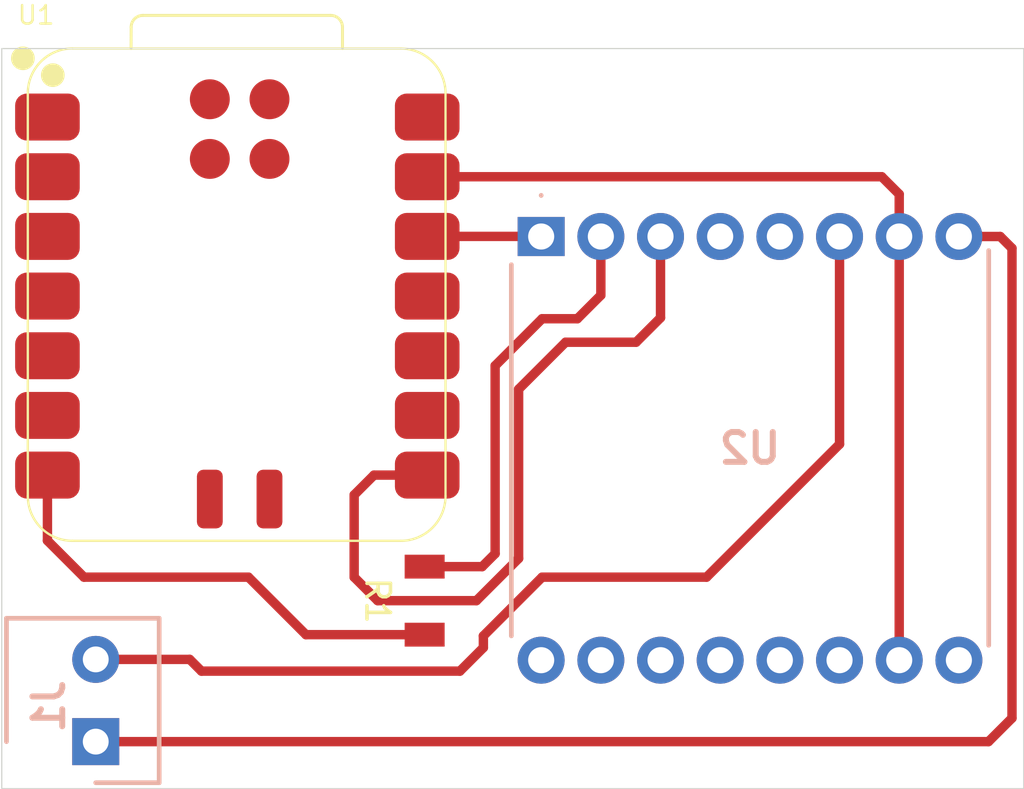
<source format=kicad_pcb>
(kicad_pcb (version 20241229) (generator "pcbnew") (generator_version "9.0")
  (layers (0 "F.Cu" signal) (2 "B.Cu" signal) (13 "F.Paste" user) (15 "B.Paste" user) (5 "F.SilkS" user "F.Silkscreen") (7 "B.SilkS" user "B.Silkscreen") (1 "F.Mask" user) (3 "B.Mask" user) (25 "Edge.Cuts" user))
  (net 0 "")
  (net 8 "RX")
  (net 21 "VCC")
  (net 22 "GND")
  (net 23 "Net-(U2-SPK2)")
  (net 24 "Net-(U2-SPK1)")
  (net 25 "TX")
  (net 26 "Net-(U1-GPIO0{slash}D6{slash}TX)")
  (footprint "Neil:XIAO-RP2040-SMD" (layer "F.Cu") (at 127.444 112.0355)
    (property "Reference" "U1" (at -9.335 -11.5 0) (layer "F.SilkS") (effects (font (size 0.78232 0.78232) (thickness 0.10668)) (justify left bottom)))
    (property "Value" "XIAO-RP2040")
    (fp_line (start -8.835 8.513) (end -8.835 -8.632) (stroke (width 0.1)) (layer "F.SilkS"))
    (fp_line (start -6.93 10.418) (end 7.04 10.418) (stroke (width 0.1)) (layer "F.SilkS"))
    (fp_line (start -4.44 -10.537) (end -4.436272 -11.447272) (stroke (width 0.127)) (layer "F.SilkS"))
    (fp_line (start -3.936272 -11.947) (end 4.059 -11.947) (stroke (width 0.127)) (layer "F.SilkS"))
    (fp_line (start 4.559 -11.447) (end 4.559 -10.537) (stroke (width 0.127)) (layer "F.SilkS"))
    (fp_line (start 7.04 -10.537) (end -6.93 -10.537) (stroke (width 0.1)) (layer "F.SilkS"))
    (fp_line (start 8.945 8.513) (end 8.945 -8.632) (stroke (width 0.1)) (layer "F.SilkS"))
    (fp_arc (start -8.835 -8.636) (mid -8.277038 -9.983038) (end -6.93 -10.541) (stroke (width 0.1)) (layer "F.SilkS"))
    (fp_arc (start -6.93 10.418) (mid -8.277038 9.860038) (end -8.835 8.513) (stroke (width 0.1)) (layer "F.SilkS"))
    (fp_arc (start -4.436272 -11.447272) (mid -4.289724 -11.800644) (end -3.936272 -11.947) (stroke (width 0.127)) (layer "F.SilkS"))
    (fp_arc (start 4.059 -11.947) (mid 4.412553 -11.800553) (end 4.559 -11.447) (stroke (width 0.127)) (layer "F.SilkS"))
    (fp_arc (start 7.04 -10.537) (mid 8.387038 -9.979038) (end 8.945 -8.632) (stroke (width 0.1)) (layer "F.SilkS"))
    (fp_arc (start 8.945 8.513) (mid 8.387038 9.860038) (end 7.04 10.418) (stroke (width 0.1)) (layer "F.SilkS"))
    (fp_circle (center -9.045 -10.121) (end -9.045 -10.375) (stroke (width 0.5)) (fill yes) (layer "F.SilkS"))
    (fp_circle (center -7.771 -9.404) (end -7.771 -9.658) (stroke (width 0.5)) (fill yes) (layer "F.SilkS"))
    (pad "1" smd roundrect (at -8 -7.62) (size 2.75 2) (layers "F.Cu" "F.Mask" "F.Paste"))
    (pad "2" smd roundrect (at -8 -5.08) (size 2.75 2) (layers "F.Cu" "F.Mask" "F.Paste"))
    (pad "3" smd roundrect (at -8 -2.54) (size 2.75 2) (layers "F.Cu" "F.Mask" "F.Paste"))
    (pad "4" smd roundrect (at -8 0) (size 2.75 2) (layers "F.Cu" "F.Mask" "F.Paste"))
    (pad "5" smd roundrect (at -8 2.54) (size 2.75 2) (layers "F.Cu" "F.Mask" "F.Paste"))
    (pad "6" smd roundrect (at -8 5.08) (size 2.75 2) (layers "F.Cu" "F.Mask" "F.Paste"))
    (pad "7" smd roundrect (at -8 7.62) (size 2.75 2) (layers "F.Cu" "F.Mask" "F.Paste") (net 26 "Net-(U1-GPIO0{slash}D6{slash}TX)"))
    (pad "8" smd roundrect (at 8.165 7.62) (size 2.75 2) (layers "F.Cu" "F.Mask" "F.Paste") (net 8 "RX"))
    (pad "9" smd roundrect (at 8.165 5.08) (size 2.75 2) (layers "F.Cu" "F.Mask" "F.Paste"))
    (pad "10" smd roundrect (at 8.165 2.54) (size 2.75 2) (layers "F.Cu" "F.Mask" "F.Paste"))
    (pad "11" smd roundrect (at 8.165 0) (size 2.75 2) (layers "F.Cu" "F.Mask" "F.Paste"))
    (pad "12" smd roundrect (at 8.165 -2.54) (size 2.75 2) (layers "F.Cu" "F.Mask" "F.Paste") (net 21 "VCC"))
    (pad "13" smd roundrect (at 8.165 -5.08) (size 2.75 2) (layers "F.Cu" "F.Mask" "F.Paste") (net 22 "GND"))
    (pad "14" smd roundrect (at 8.165 -7.62) (size 2.75 2) (layers "F.Cu" "F.Mask" "F.Paste"))
    (pad "15" smd roundrect (at -1.088 8.64 270) (size 2.5 1.1) (layers "F.Cu" "F.Mask" "F.Paste"))
    (pad "16" smd roundrect (at 1.452 8.64 270) (size 2.5 1.1) (layers "F.Cu" "F.Mask" "F.Paste"))
    (pad "17" smd circle (at -1.088 -8.378) (size 1.7 1.7) (layers "F.Cu" "F.Mask" "F.Paste"))
    (pad "18" smd circle (at 1.452 -8.378) (size 1.7 1.7) (layers "F.Cu" "F.Mask" "F.Paste"))
    (pad "19" smd circle (at -1.088 -5.838) (size 1.7 1.7) (layers "F.Cu" "F.Mask" "F.Paste"))
    (pad "20" smd circle (at 1.452 -5.838) (size 1.7 1.7) (layers "F.Cu" "F.Mask" "F.Paste"))
  )
  (footprint "Neil:Resistor 1206" (layer "F.Cu") (at 135.5 125 -90)
    (property "Reference" "R1" (at 0 2 270) (layer "F.SilkS"))
    (property "Value" "1k" (hide yes))
    (pad "1" smd rect (at -1.4478 0 270) (size 1.016 1.7018) (layers "F.Cu" "F.Mask" "F.Paste") (net 25 "TX") (clearance -1))
    (pad "2" smd rect (at 1.4478 0 270) (size 1.016 1.7018) (layers "F.Cu" "F.Mask" "F.Paste") (net 26 "Net-(U1-GPIO0{slash}D6{slash}TX)") (clearance -1))
  )
  (footprint "Neil:screw terminal 2" (layer "B.Cu") (at 121.5 131 90)
    (property "Reference" "J1" (at 1.5 -2 90) (layer "B.SilkS") (effects (font (size 1.27 1.27) (thickness 0.254)) (justify mirror)))
    (property "Value" "ED555_2DS" (hide yes))
    (fp_line (start 5.25 -3.8) (end 5.25 2.7) (stroke (width 0.2)) (layer "B.SilkS"))
    (fp_line (start 0 -3.8) (end 5.25 -3.8) (stroke (width 0.2)) (layer "B.SilkS"))
    (fp_line (start 5.25 2.7) (end -1.75 2.7) (stroke (width 0.2)) (layer "B.SilkS"))
    (fp_line (start -1.75 2.7) (end -1.75 0) (stroke (width 0.2)) (layer "B.SilkS"))
    (pad "1" thru_hole rect (at 0 0 90) (size 2 2) (drill 1.1) (layers "*.Cu" "*.Mask") (net 23 "Net-(U2-SPK2)"))
    (pad "2" thru_hole circle (at 3.5 0 90) (size 2 2) (drill 1.1) (layers "*.Cu" "*.Mask") (net 24 "Net-(U2-SPK1)"))
  )
  (footprint "Neil:DFR0299 MP3" (layer "B.Cu") (at 140.46 109.5)
    (property "Reference" "U2" (at 8.89 9.017 0) (layer "B.SilkS") (effects (font (size 1.27 1.27) (thickness 0.254)) (justify mirror)))
    (property "Value" "DFR0299" (hide yes))
    (fp_line (start -1.27 1.2) (end -1.27 17) (stroke (width 0.2)) (layer "B.SilkS"))
    (fp_line (start 0 -1.8) (end 0 -1.8) (stroke (width 0.1)) (layer "B.SilkS"))
    (fp_line (start 0 -1.7) (end 0 -1.7) (stroke (width 0.1)) (layer "B.SilkS"))
    (fp_line (start 19.05 17.4) (end 19.05 0.6) (stroke (width 0.2)) (layer "B.SilkS"))
    (fp_arc (start 0 -1.8) (mid 0.05 -1.75) (end 0 -1.7) (stroke (width 0.1)) (layer "B.SilkS"))
    (fp_arc (start 0 -1.7) (mid -0.05 -1.75) (end 0 -1.8) (stroke (width 0.1)) (layer "B.SilkS"))
    (pad "1" thru_hole rect (at 0 0) (size 2 1.665) (drill 1.11) (layers "*.Cu" "*.Mask") (net 21 "VCC"))
    (pad "2" thru_hole circle (at 2.54 0) (size 2 2) (drill 1.11) (layers "*.Cu" "*.Mask") (net 25 "TX"))
    (pad "3" thru_hole circle (at 5.08 0) (size 2 2) (drill 1.11) (layers "*.Cu" "*.Mask") (net 8 "RX"))
    (pad "4" thru_hole circle (at 7.62 0) (size 2 2) (drill 1.11) (layers "*.Cu" "*.Mask"))
    (pad "5" thru_hole circle (at 10.16 0) (size 2 2) (drill 1.11) (layers "*.Cu" "*.Mask"))
    (pad "6" thru_hole circle (at 12.7 0) (size 2 2) (drill 1.11) (layers "*.Cu" "*.Mask") (net 24 "Net-(U2-SPK1)"))
    (pad "7" thru_hole circle (at 15.24 0) (size 2 2) (drill 1.11) (layers "*.Cu" "*.Mask") (net 22 "GND"))
    (pad "8" thru_hole circle (at 17.78 0) (size 2 2) (drill 1.11) (layers "*.Cu" "*.Mask") (net 23 "Net-(U2-SPK2)"))
    (pad "9" thru_hole circle (at 17.78 18.034) (size 2 2) (drill 1.11) (layers "*.Cu" "*.Mask"))
    (pad "10" thru_hole circle (at 15.24 18.034) (size 2 2) (drill 1.11) (layers "*.Cu" "*.Mask") (net 22 "GND"))
    (pad "11" thru_hole circle (at 12.7 18.034) (size 2 2) (drill 1.11) (layers "*.Cu" "*.Mask"))
    (pad "12" thru_hole circle (at 10.16 18.034) (size 2 2) (drill 1.11) (layers "*.Cu" "*.Mask"))
    (pad "13" thru_hole circle (at 7.62 18.034) (size 2 2) (drill 1.11) (layers "*.Cu" "*.Mask"))
    (pad "14" thru_hole circle (at 5.08 18.034) (size 2 2) (drill 1.11) (layers "*.Cu" "*.Mask"))
    (pad "15" thru_hole circle (at 2.54 18.034) (size 2 2) (drill 1.11) (layers "*.Cu" "*.Mask"))
    (pad "16" thru_hole circle (at 0 18.034) (size 2 2) (drill 1.11) (layers "*.Cu" "*.Mask"))
  )
  (gr_rect (start 117.5 101.5) (end 161 133) (stroke (width 0.05)) (fill no) (layer "Edge.Cuts"))
  (segment (start 133.3445 119.6555) (end 135.609 119.6555) (width 0.4) (layer "F.Cu") (net 8))
  (segment (start 141.5 114) (end 139.5 116) (width 0.4) (layer "F.Cu") (net 8))
  (segment (start 133.5 125) (end 132.5 124) (width 0.4) (layer "F.Cu") (net 8))
  (segment (start 139.5 116) (end 139.5 123.203496) (width 0.4) (layer "F.Cu") (net 8))
  (segment (start 132.5 124) (end 132.5 120.5) (width 0.4) (layer "F.Cu") (net 8))
  (segment (start 132.5 120.5) (end 133.3445 119.6555) (width 0.4) (layer "F.Cu") (net 8))
  (segment (start 137.703496 125) (end 133.5 125) (width 0.4) (layer "F.Cu") (net 8))
  (segment (start 145.54 109.5) (end 145.54 112.96) (width 0.4) (layer "F.Cu") (net 8))
  (segment (start 144.5 114) (end 141.5 114) (width 0.4) (layer "F.Cu") (net 8))
  (segment (start 139.5 123.203496) (end 137.703496 125) (width 0.4) (layer "F.Cu") (net 8))
  (segment (start 145.54 112.96) (end 144.5 114) (width 0.4) (layer "F.Cu") (net 8))
  (segment (start 135.609 109.4955) (end 140.4555 109.4955) (width 0.4) (layer "F.Cu") (net 21))
  (segment (start 140.4555 109.4955) (end 140.46 109.5) (width 0.4) (layer "F.Cu") (net 21))
  (segment (start 154.9555 106.9555) (end 155.7 107.7) (width 0.4) (layer "F.Cu") (net 22))
  (segment (start 135.609 106.9555) (end 154.9555 106.9555) (width 0.4) (layer "F.Cu") (net 22))
  (segment (start 155.7 107.7) (end 155.7 109.5) (width 0.4) (layer "F.Cu") (net 22))
  (segment (start 155.7 109.5) (end 155.7 127.534) (width 0.4) (layer "F.Cu") (net 22))
  (segment (start 160.5 110) (end 160.5 130) (width 0.4) (layer "F.Cu") (net 23))
  (segment (start 159.5 131) (end 121.5 131) (width 0.4) (layer "F.Cu") (net 23))
  (segment (start 158.24 109.5) (end 160 109.5) (width 0.4) (layer "F.Cu") (net 23))
  (segment (start 160 109.5) (end 160.5 110) (width 0.4) (layer "F.Cu") (net 23))
  (segment (start 160.5 130) (end 159.5 131) (width 0.4) (layer "F.Cu") (net 23))
  (segment (start 137 128) (end 126 128) (width 0.4) (layer "F.Cu") (net 24))
  (segment (start 140.5 124) (end 147.5 124) (width 0.4) (layer "F.Cu") (net 24))
  (segment (start 126 128) (end 125.5 127.5) (width 0.4) (layer "F.Cu") (net 24))
  (segment (start 138 127) (end 137 128) (width 0.4) (layer "F.Cu") (net 24))
  (segment (start 138 126.5) (end 140.5 124) (width 0.4) (layer "F.Cu") (net 24))
  (segment (start 125.5 127.5) (end 121.5 127.5) (width 0.4) (layer "F.Cu") (net 24))
  (segment (start 153.16 118.34) (end 153.16 109.5) (width 0.4) (layer "F.Cu") (net 24))
  (segment (start 147.5 124) (end 153.16 118.34) (width 0.4) (layer "F.Cu") (net 24))
  (segment (start 138 126.5) (end 138 127) (width 0.4) (layer "F.Cu") (net 24))
  (segment (start 137.9478 123.5522) (end 135.5 123.5522) (width 0.4) (layer "F.Cu") (net 25))
  (segment (start 138.5 123) (end 138.5 115) (width 0.4) (layer "F.Cu") (net 25))
  (segment (start 142 113) (end 143 112) (width 0.4) (layer "F.Cu") (net 25))
  (segment (start 138.5 115) (end 140.5 113) (width 0.4) (layer "F.Cu") (net 25))
  (segment (start 137.9478 123.5522) (end 138.5 123) (width 0.4) (layer "F.Cu") (net 25))
  (segment (start 140.5 113) (end 142 113) (width 0.4) (layer "F.Cu") (net 25))
  (segment (start 143 112) (end 143 109.5) (width 0.4) (layer "F.Cu") (net 25))
  (segment (start 119.444 122.444) (end 119.444 119.6555) (width 0.4) (layer "F.Cu") (net 26))
  (segment (start 128 124) (end 121 124) (width 0.4) (layer "F.Cu") (net 26))
  (segment (start 130.4478 126.4478) (end 128 124) (width 0.4) (layer "F.Cu") (net 26))
  (segment (start 135.5 126.4478) (end 130.4478 126.4478) (width 0.4) (layer "F.Cu") (net 26))
  (segment (start 121 124) (end 119.444 122.444) (width 0.4) (layer "F.Cu") (net 26))
)
</source>
